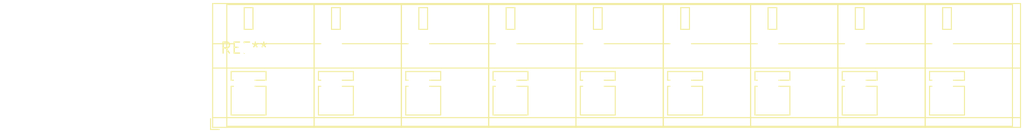
<source format=kicad_pcb>
(kicad_pcb (version 20240108) (generator pcbnew)
  (layers (0 "F.Cu" signal) (31 "B.Cu" signal) (34 "B.Paste" user) (35 "F.Paste" user) (36 "B.SilkS" user "B.Silkscreen") (37 "F.SilkS" user "F.Silkscreen") (38 "B.Mask" user) (39 "F.Mask" user) (44 "Edge.Cuts" user))
  (net 0 "")
  (footprint "TerminalBlock_WAGO_236-609_1x09_P10.00mm_45Degree" (layer "F.Cu") (at 0 0)
    (property "Reference" "REF**")
    (property "Value" "TerminalBlock_WAGO_236-609_1x09_P10.00mm_45Degree")
    (fp_line (start -3.86 8.12) (end -3.86 9.36) (layer "F.SilkS") (stroke (width 0.12)))
    (fp_line (start -3.86 9.36) (end -2.86 9.36) (layer "F.SilkS") (stroke (width 0.12)))
    (fp_line (start -3.62 -5.12) (end -3.62 9.12) (layer "F.SilkS") (stroke (width 0.12)))
    (fp_line (start -3.62 -5.12) (end 88.92 -5.12) (layer "F.SilkS") (stroke (width 0.12)))
    (fp_line (start -3.62 -0.5) (end -1.23 -0.5) (layer "F.SilkS") (stroke (width 0.12)))
    (fp_line (start -3.62 2.3) (end 88.92 2.3) (layer "F.SilkS") (stroke (width 0.12)))
    (fp_line (start -3.62 8) (end 88.92 8) (layer "F.SilkS") (stroke (width 0.12)))
    (fp_line (start -3.62 9.12) (end 88.92 9.12) (layer "F.SilkS") (stroke (width 0.12)))
    (fp_line (start -2 -5) (end -2 9) (layer "F.SilkS") (stroke (width 0.12)))
    (fp_line (start -2 -5) (end 8 -5) (layer "F.SilkS") (stroke (width 0.12)))
    (fp_line (start -2 9) (end 8 9) (layer "F.SilkS") (stroke (width 0.12)))
    (fp_line (start -1.5 2.7) (end -1.5 3.7) (layer "F.SilkS") (stroke (width 0.12)))
    (fp_line (start -1.5 2.7) (end 2.5 2.7) (layer "F.SilkS") (stroke (width 0.12)))
    (fp_line (start -1.5 3.7) (end -1.23 3.7) (layer "F.SilkS") (stroke (width 0.12)))
    (fp_line (start -1.5 4.4) (end -1.5 7.7) (layer "F.SilkS") (stroke (width 0.12)))
    (fp_line (start -1.5 4.4) (end -1.23 4.4) (layer "F.SilkS") (stroke (width 0.12)))
    (fp_line (start -1.5 7.7) (end 2.5 7.7) (layer "F.SilkS") (stroke (width 0.12)))
    (fp_line (start 0 -4.65) (end 0 -2.151) (layer "F.SilkS") (stroke (width 0.12)))
    (fp_line (start 0 -4.65) (end 1 -4.65) (layer "F.SilkS") (stroke (width 0.12)))
    (fp_line (start 0 -2.151) (end 1 -2.151) (layer "F.SilkS") (stroke (width 0.12)))
    (fp_line (start 1 -4.65) (end 1 -2.151) (layer "F.SilkS") (stroke (width 0.12)))
    (fp_line (start 1.23 -0.5) (end 8.77 -0.5) (layer "F.SilkS") (stroke (width 0.12)))
    (fp_line (start 1.23 3.7) (end 2.5 3.7) (layer "F.SilkS") (stroke (width 0.12)))
    (fp_line (start 1.23 4.4) (end 2.5 4.4) (layer "F.SilkS") (stroke (width 0.12)))
    (fp_line (start 2.5 2.7) (end 2.5 3.7) (layer "F.SilkS") (stroke (width 0.12)))
    (fp_line (start 2.5 4.4) (end 2.5 7.7) (layer "F.SilkS") (stroke (width 0.12)))
    (fp_line (start 8 -5) (end 8 9) (layer "F.SilkS") (stroke (width 0.12)))
    (fp_line (start 8 -5) (end 8 9) (layer "F.SilkS") (stroke (width 0.12)))
    (fp_line (start 8 -5) (end 18 -5) (layer "F.SilkS") (stroke (width 0.12)))
    (fp_line (start 8 9) (end 18 9) (layer "F.SilkS") (stroke (width 0.12)))
    (fp_line (start 8.5 2.7) (end 8.5 3.7) (layer "F.SilkS") (stroke (width 0.12)))
    (fp_line (start 8.5 2.7) (end 12.5 2.7) (layer "F.SilkS") (stroke (width 0.12)))
    (fp_line (start 8.5 3.7) (end 8.77 3.7) (layer "F.SilkS") (stroke (width 0.12)))
    (fp_line (start 8.5 4.4) (end 8.5 7.7) (layer "F.SilkS") (stroke (width 0.12)))
    (fp_line (start 8.5 4.4) (end 8.77 4.4) (layer "F.SilkS") (stroke (width 0.12)))
    (fp_line (start 8.5 7.7) (end 12.5 7.7) (layer "F.SilkS") (stroke (width 0.12)))
    (fp_line (start 10 -4.65) (end 10 -2.151) (layer "F.SilkS") (stroke (width 0.12)))
    (fp_line (start 10 -4.65) (end 11 -4.65) (layer "F.SilkS") (stroke (width 0.12)))
    (fp_line (start 10 -2.151) (end 11 -2.151) (layer "F.SilkS") (stroke (width 0.12)))
    (fp_line (start 11 -4.65) (end 11 -2.151) (layer "F.SilkS") (stroke (width 0.12)))
    (fp_line (start 11.23 -0.5) (end 18.77 -0.5) (layer "F.SilkS") (stroke (width 0.12)))
    (fp_line (start 11.23 3.7) (end 12.5 3.7) (layer "F.SilkS") (stroke (width 0.12)))
    (fp_line (start 11.23 4.4) (end 12.5 4.4) (layer "F.SilkS") (stroke (width 0.12)))
    (fp_line (start 12.5 2.7) (end 12.5 3.7) (layer "F.SilkS") (stroke (width 0.12)))
    (fp_line (start 12.5 4.4) (end 12.5 7.7) (layer "F.SilkS") (stroke (width 0.12)))
    (fp_line (start 18 -5) (end 18 9) (layer "F.SilkS") (stroke (width 0.12)))
    (fp_line (start 18 -5) (end 18 9) (layer "F.SilkS") (stroke (width 0.12)))
    (fp_line (start 18 -5) (end 28 -5) (layer "F.SilkS") (stroke (width 0.12)))
    (fp_line (start 18 9) (end 28 9) (layer "F.SilkS") (stroke (width 0.12)))
    (fp_line (start 18.5 2.7) (end 18.5 3.7) (layer "F.SilkS") (stroke (width 0.12)))
    (fp_line (start 18.5 2.7) (end 22.5 2.7) (layer "F.SilkS") (stroke (width 0.12)))
    (fp_line (start 18.5 3.7) (end 18.77 3.7) (layer "F.SilkS") (stroke (width 0.12)))
    (fp_line (start 18.5 4.4) (end 18.5 7.7) (layer "F.SilkS") (stroke (width 0.12)))
    (fp_line (start 18.5 4.4) (end 18.77 4.4) (layer "F.SilkS") (stroke (width 0.12)))
    (fp_line (start 18.5 7.7) (end 22.5 7.7) (layer "F.SilkS") (stroke (width 0.12)))
    (fp_line (start 20 -4.65) (end 20 -2.151) (layer "F.SilkS") (stroke (width 0.12)))
    (fp_line (start 20 -4.65) (end 21 -4.65) (layer "F.SilkS") (stroke (width 0.12)))
    (fp_line (start 20 -2.151) (end 21 -2.151) (layer "F.SilkS") (stroke (width 0.12)))
    (fp_line (start 21 -4.65) (end 21 -2.151) (layer "F.SilkS") (stroke (width 0.12)))
    (fp_line (start 21.23 -0.5) (end 28.77 -0.5) (layer "F.SilkS") (stroke (width 0.12)))
    (fp_line (start 21.23 3.7) (end 22.5 3.7) (layer "F.SilkS") (stroke (width 0.12)))
    (fp_line (start 21.23 4.4) (end 22.5 4.4) (layer "F.SilkS") (stroke (width 0.12)))
    (fp_line (start 22.5 2.7) (end 22.5 3.7) (layer "F.SilkS") (stroke (width 0.12)))
    (fp_line (start 22.5 4.4) (end 22.5 7.7) (layer "F.SilkS") (stroke (width 0.12)))
    (fp_line (start 28 -5) (end 28 9) (layer "F.SilkS") (stroke (width 0.12)))
    (fp_line (start 28 -5) (end 28 9) (layer "F.SilkS") (stroke (width 0.12)))
    (fp_line (start 28 -5) (end 38 -5) (layer "F.SilkS") (stroke (width 0.12)))
    (fp_line (start 28 9) (end 38 9) (layer "F.SilkS") (stroke (width 0.12)))
    (fp_line (start 28.5 2.7) (end 28.5 3.7) (layer "F.SilkS") (stroke (width 0.12)))
    (fp_line (start 28.5 2.7) (end 32.5 2.7) (layer "F.SilkS") (stroke (width 0.12)))
    (fp_line (start 28.5 3.7) (end 28.77 3.7) (layer "F.SilkS") (stroke (width 0.12)))
    (fp_line (start 28.5 4.4) (end 28.5 7.7) (layer "F.SilkS") (stroke (width 0.12)))
    (fp_line (start 28.5 4.4) (end 28.77 4.4) (layer "F.SilkS") (stroke (width 0.12)))
    (fp_line (start 28.5 7.7) (end 32.5 7.7) (layer "F.SilkS") (stroke (width 0.12)))
    (fp_line (start 30 -4.65) (end 30 -2.151) (layer "F.SilkS") (stroke (width 0.12)))
    (fp_line (start 30 -4.65) (end 31 -4.65) (layer "F.SilkS") (stroke (width 0.12)))
    (fp_line (start 30 -2.151) (end 31 -2.151) (layer "F.SilkS") (stroke (width 0.12)))
    (fp_line (start 31 -4.65) (end 31 -2.151) (layer "F.SilkS") (stroke (width 0.12)))
    (fp_line (start 31.23 -0.5) (end 38.77 -0.5) (layer "F.SilkS") (stroke (width 0.12)))
    (fp_line (start 31.23 3.7) (end 32.5 3.7) (layer "F.SilkS") (stroke (width 0.12)))
    (fp_line (start 31.23 4.4) (end 32.5 4.4) (layer "F.SilkS") (stroke (width 0.12)))
    (fp_line (start 32.5 2.7) (end 32.5 3.7) (layer "F.SilkS") (stroke (width 0.12)))
    (fp_line (start 32.5 4.4) (end 32.5 7.7) (layer "F.SilkS") (stroke (width 0.12)))
    (fp_line (start 38 -5) (end 38 9) (layer "F.SilkS") (stroke (width 0.12)))
    (fp_line (start 38 -5) (end 38 9) (layer "F.SilkS") (stroke (width 0.12)))
    (fp_line (start 38 -5) (end 48 -5) (layer "F.SilkS") (stroke (width 0.12)))
    (fp_line (start 38 9) (end 48 9) (layer "F.SilkS") (stroke (width 0.12)))
    (fp_line (start 38.5 2.7) (end 38.5 3.7) (layer "F.SilkS") (stroke (width 0.12)))
    (fp_line (start 38.5 2.7) (end 42.5 2.7) (layer "F.SilkS") (stroke (width 0.12)))
    (fp_line (start 38.5 3.7) (end 38.77 3.7) (layer "F.SilkS") (stroke (width 0.12)))
    (fp_line (start 38.5 4.4) (end 38.5 7.7) (layer "F.SilkS") (stroke (width 0.12)))
    (fp_line (start 38.5 4.4) (end 38.77 4.4) (layer "F.SilkS") (stroke (width 0.12)))
    (fp_line (start 38.5 7.7) (end 42.5 7.7) (layer "F.SilkS") (stroke (width 0.12)))
    (fp_line (start 40 -4.65) (end 40 -2.151) (layer "F.SilkS") (stroke (width 0.12)))
    (fp_line (start 40 -4.65) (end 41 -4.65) (layer "F.SilkS") (stroke (width 0.12)))
    (fp_line (start 40 -2.151) (end 41 -2.151) (layer "F.SilkS") (stroke (width 0.12)))
    (fp_line (start 41 -4.65) (end 41 -2.151) (layer "F.SilkS") (stroke (width 0.12)))
    (fp_line (start 41.23 -0.5) (end 48.77 -0.5) (layer "F.SilkS") (stroke (width 0.12)))
    (fp_line (start 41.23 3.7) (end 42.5 3.7) (layer "F.SilkS") (stroke (width 0.12)))
    (fp_line (start 41.23 4.4) (end 42.5 4.4) (layer "F.SilkS") (stroke (width 0.12)))
    (fp_line (start 42.5 2.7) (end 42.5 3.7) (layer "F.SilkS") (stroke (width 0.12)))
    (fp_line (start 42.5 4.4) (end 42.5 7.7) (layer "F.SilkS") (stroke (width 0.12)))
    (fp_line (start 48 -5) (end 48 9) (layer "F.SilkS") (stroke (width 0.12)))
    (fp_line (start 48 -5) (end 48 9) (layer "F.SilkS") (stroke (width 0.12)))
    (fp_line (start 48 -5) (end 58 -5) (layer "F.SilkS") (stroke (width 0.12)))
    (fp_line (start 48 9) (end 58 9) (layer "F.SilkS") (stroke (width 0.12)))
    (fp_line (start 48.5 2.7) (end 48.5 3.7) (layer "F.SilkS") (stroke (width 0.12)))
    (fp_line (start 48.5 2.7) (end 52.5 2.7) (layer "F.SilkS") (stroke (width 0.12)))
    (fp_line (start 48.5 3.7) (end 48.77 3.7) (layer "F.SilkS") (stroke (width 0.12)))
    (fp_line (start 48.5 4.4) (end 48.5 7.7) (layer "F.SilkS") (stroke (width 0.12)))
    (fp_line (start 48.5 4.4) (end 48.77 4.4) (layer "F.SilkS") (stroke (width 0.12)))
    (fp_line (start 48.5 7.7) (end 52.5 7.7) (layer "F.SilkS") (stroke (width 0.12)))
    (fp_line (start 50 -4.65) (end 50 -2.151) (layer "F.SilkS") (stroke (width 0.12)))
    (fp_line (start 50 -4.65) (end 51 -4.65) (layer "F.SilkS") (stroke (width 0.12)))
    (fp_line (start 50 -2.151) (end 51 -2.151) (layer "F.SilkS") (stroke (width 0.12)))
    (fp_line (start 51 -4.65) (end 51 -2.151) (layer "F.SilkS") (stroke (width 0.12)))
    (fp_line (start 51.23 -0.5) (end 58.77 -0.5) (layer "F.SilkS") (stroke (width 0.12)))
    (fp_line (start 51.23 3.7) (end 52.5 3.7) (layer "F.SilkS") (stroke (width 0.12)))
    (fp_line (start 51.23 4.4) (end 52.5 4.4) (layer "F.SilkS") (stroke (width 0.12)))
    (fp_line (start 52.5 2.7) (end 52.5 3.7) (layer "F.SilkS") (stroke (width 0.12)))
    (fp_line (start 52.5 4.4) (end 52.5 7.7) (layer "F.SilkS") (stroke (width 0.12)))
    (fp_line (start 58 -5) (end 58 9) (layer "F.SilkS") (stroke (width 0.12)))
    (fp_line (start 58 -5) (end 58 9) (layer "F.SilkS") (stroke (width 0.12)))
    (fp_line (start 58 -5) (end 68 -5) (layer "F.SilkS") (stroke (width 0.12)))
    (fp_line (start 58 9) (end 68 9) (layer "F.SilkS") (stroke (width 0.12)))
    (fp_line (start 58.5 2.7) (end 58.5 3.7) (layer "F.SilkS") (stroke (width 0.12)))
    (fp_line (start 58.5 2.7) (end 62.5 2.7) (layer "F.SilkS") (stroke (width 0.12)))
    (fp_line (start 58.5 3.7) (end 58.77 3.7) (layer "F.SilkS") (stroke (width 0.12)))
    (fp_line (start 58.5 4.4) (end 58.5 7.7) (layer "F.SilkS") (stroke (width 0.12)))
    (fp_line (start 58.5 4.4) (end 58.77 4.4) (layer "F.SilkS") (stroke (width 0.12)))
    (fp_line (start 58.5 7.7) (end 62.5 7.7) (layer "F.SilkS") (stroke (width 0.12)))
    (fp_line (start 60 -4.65) (end 60 -2.151) (layer "F.SilkS") (stroke (width 0.12)))
    (fp_line (start 60 -4.65) (end 61 -4.65) (layer "F.SilkS") (stroke (width 0.12)))
    (fp_line (start 60 -2.151) (end 61 -2.151) (layer "F.SilkS") (stroke (width 0.12)))
    (fp_line (start 61 -4.65) (end 61 -2.151) (layer "F.SilkS") (stroke (width 0.12)))
    (fp_line (start 61.23 -0.5) (end 68.77 -0.5) (layer "F.SilkS") (stroke (width 0.12)))
    (fp_line (start 61.23 3.7) (end 62.5 3.7) (layer "F.SilkS") (stroke (width 0.12)))
    (fp_line (start 61.23 4.4) (end 62.5 4.4) (layer "F.SilkS") (stroke (width 0.12)))
    (fp_line (start 62.5 2.7) (end 62.5 3.7) (layer "F.SilkS") (stroke (width 0.12)))
    (fp_line (start 62.5 4.4) (end 62.5 7.7) (layer "F.SilkS") (stroke (width 0.12)))
    (fp_line (start 68 -5) (end 68 9) (layer "F.SilkS") (stroke (width 0.12)))
    (fp_line (start 68 -5) (end 68 9) (layer "F.SilkS") (stroke (width 0.12)))
    (fp_line (start 68 -5) (end 78 -5) (layer "F.SilkS") (stroke (width 0.12)))
    (fp_line (start 68 9) (end 78 9) (layer "F.SilkS") (stroke (width 0.12)))
    (fp_line (start 68.5 2.7) (end 68.5 3.7) (layer "F.SilkS") (stroke (width 0.12)))
    (fp_line (start 68.5 2.7) (end 72.5 2.7) (layer "F.SilkS") (stroke (width 0.12)))
    (fp_line (start 68.5 3.7) (end 68.77 3.7) (layer "F.SilkS") (stroke (width 0.12)))
    (fp_line (start 68.5 4.4) (end 68.5 7.7) (layer "F.SilkS") (stroke (width 0.12)))
    (fp_line (start 68.5 4.4) (end 68.77 4.4) (layer "F.SilkS") (stroke (width 0.12)))
    (fp_line (start 68.5 7.7) (end 72.5 7.7) (layer "F.SilkS") (stroke (width 0.12)))
    (fp_line (start 70 -4.65) (end 70 -2.151) (layer "F.SilkS") (stroke (width 0.12)))
    (fp_line (start 70 -4.65) (end 71 -4.65) (layer "F.SilkS") (stroke (width 0.12)))
    (fp_line (start 70 -2.151) (end 71 -2.151) (layer "F.SilkS") (stroke (width 0.12)))
    (fp_line (start 71 -4.65) (end 71 -2.151) (layer "F.SilkS") (stroke (width 0.12)))
    (fp_line (start 71.23 -0.5) (end 78.77 -0.5) (layer "F.SilkS") (stroke (width 0.12)))
    (fp_line (start 71.23 3.7) (end 72.5 3.7) (layer "F.SilkS") (stroke (width 0.12)))
    (fp_line (start 71.23 4.4) (end 72.5 4.4) (layer "F.SilkS") (stroke (width 0.12)))
    (fp_line (start 72.5 2.7) (end 72.5 3.7) (layer "F.SilkS") (stroke (width 0.12)))
    (fp_line (start 72.5 4.4) (end 72.5 7.7) (layer "F.SilkS") (stroke (width 0.12)))
    (fp_line (start 78 -5) (end 78 9) (layer "F.SilkS") (stroke (width 0.12)))
    (fp_line (start 78 -5) (end 78 9) (layer "F.SilkS") (stroke (width 0.12)))
    (fp_line (start 78 -5) (end 88 -5) (layer "F.SilkS") (stroke (width 0.12)))
    (fp_line (start 78 9) (end 88 9) (layer "F.SilkS") (stroke (width 0.12)))
    (fp_line (start 78.5 2.7) (end 78.5 3.7) (layer "F.SilkS") (stroke (width 0.12)))
    (fp_line (start 78.5 2.7) (end 82.5 2.7) (layer "F.SilkS") (stroke (width 0.12)))
    (fp_line (start 78.5 3.7) (end 78.77 3.7) (layer "F.SilkS") (stroke (width 0.12)))
    (fp_line (start 78.5 4.4) (end 78.5 7.7) (layer "F.SilkS") (stroke (width 0.12)))
    (fp_line (start 78.5 4.4) (end 78.77 4.4) (layer "F.SilkS") (stroke (width 0.12)))
    (fp_line (start 78.5 7.7) (end 82.5 7.7) (layer "F.SilkS") (stroke (width 0.12)))
    (fp_line (start 80 -4.65) (end 80 -2.151) (layer "F.SilkS") (stroke (width 0.12)))
    (fp_line (start 80 -4.65) (end 81 -4.65) (layer "F.SilkS") (stroke (width 0.12)))
    (fp_line (start 80 -2.151) (end 81 -2.151) (layer "F.SilkS") (stroke (width 0.12)))
    (fp_line (start 81 -4.65) (end 81 -2.151) (layer "F.SilkS") (stroke (width 0.12)))
    (fp_line (start 81.23 -0.5) (end 88.92 -0.5) (layer "F.SilkS") (stroke (width 0.12)))
    (fp_line (start 81.23 3.7) (end 82.5 3.7) (layer "F.SilkS") (stroke (width 0.12)))
    (fp_line (start 81.23 4.4) (end 82.5 4.4) (layer "F.SilkS") (stroke (width 0.12)))
    (fp_line (start 82.5 2.7) (end 82.5 3.7) (layer "F.SilkS") (stroke (width 0.12)))
    (fp_line (start 82.5 4.4) (end 82.5 7.7) (layer "F.SilkS") (stroke (width 0.12)))
    (fp_line (start 88 -5) (end 88 9) (layer "F.SilkS") (stroke (width 0.12)))
    (fp_line (start 88.92 -5.12) (end 88.92 9.12) (layer "F.SilkS") (stroke (width 0.12)))
    (pad "1" thru_hole rect (at 0 0) (size 1.5 3) (drill 1.15) (layers *.Cu *.Mask) (remove_unused_layers))
    (pad "1" thru_hole rect (at 0 5) (size 1.5 3) (drill 1.15) (layers *.Cu *.Mask) (remove_unused_layers))
    (pad "2" thru_hole oval (at 10 0) (size 1.5 3) (drill 1.15) (layers *.Cu *.Mask) (remove_unused_layers))
    (pad "2" thru_hole oval (at 10 5) (size 1.5 3) (drill 1.15) (layers *.Cu *.Mask) (remove_unused_layers))
    (pad "3" thru_hole oval (at 20 0) (size 1.5 3) (drill 1.15) (layers *.Cu *.Mask) (remove_unused_layers))
    (pad "3" thru_hole oval (at 20 5) (size 1.5 3) (drill 1.15) (layers *.Cu *.Mask) (remove_unused_layers))
    (pad "4" thru_hole oval (at 30 0) (size 1.5 3) (drill 1.15) (layers *.Cu *.Mask) (remove_unused_layers))
    (pad "4" thru_hole oval (at 30 5) (size 1.5 3) (drill 1.15) (layers *.Cu *.Mask) (remove_unused_layers))
    (pad "5" thru_hole oval (at 40 0) (size 1.5 3) (drill 1.15) (layers *.Cu *.Mask) (remove_unused_layers))
    (pad "5" thru_hole oval (at 40 5) (size 1.5 3) (drill 1.15) (layers *.Cu *.Mask) (remove_unused_layers))
    (pad "6" thru_hole oval (at 50 0) (size 1.5 3) (drill 1.15) (layers *.Cu *.Mask) (remove_unused_layers))
    (pad "6" thru_hole oval (at 50 5) (size 1.5 3) (drill 1.15) (layers *.Cu *.Mask) (remove_unused_layers))
    (pad "7" thru_hole oval (at 60 0) (size 1.5 3) (drill 1.15) (layers *.Cu *.Mask) (remove_unused_layers))
    (pad "7" thru_hole oval (at 60 5) (size 1.5 3) (drill 1.15) (layers *.Cu *.Mask) (remove_unused_layers))
    (pad "8" thru_hole oval (at 70 0) (size 1.5 3) (drill 1.15) (layers *.Cu *.Mask) (remove_unused_layers))
    (pad "8" thru_hole oval (at 70 5) (size 1.5 3) (drill 1.15) (layers *.Cu *.Mask) (remove_unused_layers))
    (pad "9" thru_hole oval (at 80 0) (size 1.5 3) (drill 1.15) (layers *.Cu *.Mask) (remove_unused_layers))
    (pad "9" thru_hole oval (at 80 5) (size 1.5 3) (drill 1.15) (layers *.Cu *.Mask) (remove_unused_layers))
  )
)
</source>
